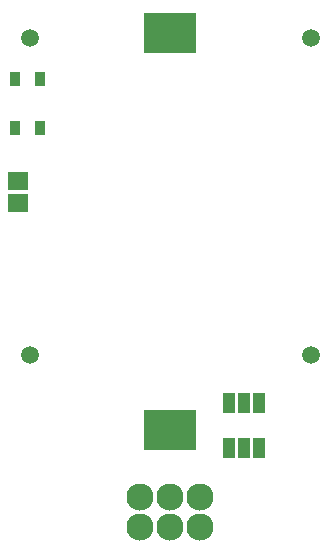
<source format=gbr>
G04 DipTrace 3.2.0.1*
G04 Íèæíÿÿìàñêà.gbr*
%MOMM*%
G04 #@! TF.FileFunction,Soldermask,Bot*
G04 #@! TF.Part,Single*
%AMOUTLINE1*
4,1,4,
-0.47591,0.84949,
0.47409,0.85054,
0.47591,-0.84949,
-0.47409,-0.85054,
-0.47591,0.84949,
0*%
%ADD30C,1.5*%
%ADD34R,0.9X1.3*%
%ADD36R,4.4X3.4*%
%ADD38C,2.3*%
%ADD44R,1.7X1.5*%
%ADD55OUTLINE1*%
%FSLAX35Y35*%
G04*
G71*
G90*
G75*
G01*
G04 BotMask*
%LPD*%
D30*
X-1190000Y990000D3*
X1190000D3*
X-1190000Y-1690000D3*
X1190000D3*
D55*
X502090Y-2475337D3*
X629093Y-2475197D3*
X756093Y-2475060D3*
X501683Y-2098333D3*
X628680Y-2098197D3*
X755683Y-2098060D3*
D44*
X-1289510Y-409070D3*
Y-219070D3*
D38*
X-254000Y-3150000D3*
X0D3*
X254000D3*
X-254000Y-2896000D3*
X0D3*
X254000D3*
D36*
X0Y1031000D3*
Y-2331000D3*
D34*
X-1097727Y232953D3*
X-1312727D3*
X-1097727Y647953D3*
X-1312727D3*
M02*

</source>
